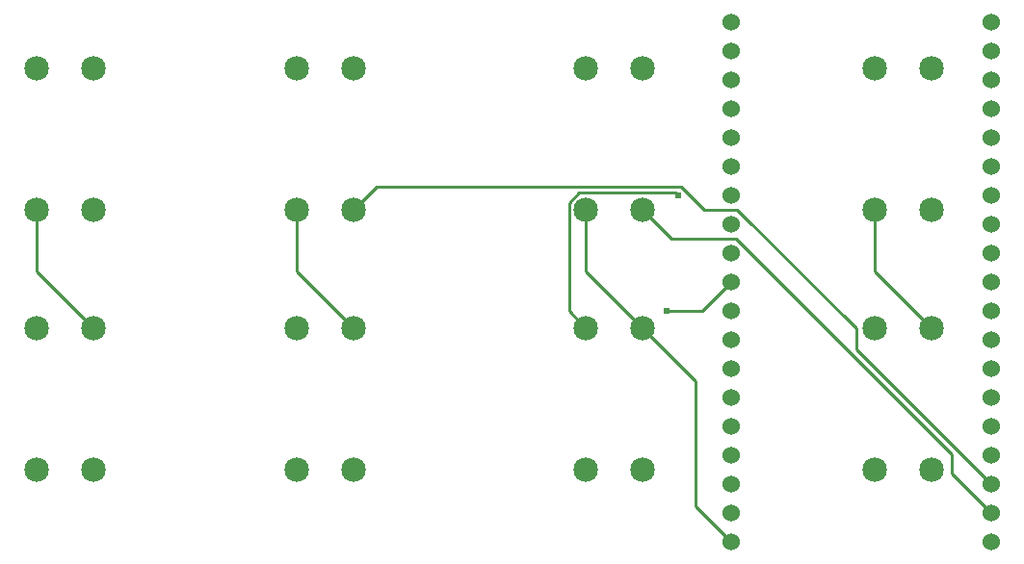
<source format=gbl>
G04 Layer: BottomLayer*
G04 EasyEDA v6.4.14, 2021-02-05T01:12:07+07:00*
G04 a11fb1351f8b4d80ab88c56e364234f4,ed1066999ab64682bb259e5b7afb0417,10*
G04 Gerber Generator version 0.2*
G04 Scale: 100 percent, Rotated: No, Reflected: No *
G04 Dimensions in millimeters *
G04 leading zeros omitted , absolute positions ,4 integer and 5 decimal *
%FSLAX45Y45*%
%MOMM*%

%ADD11C,0.2600*%
%ADD12C,0.6100*%
%ADD13C,2.1590*%
%ADD14C,1.5240*%

%LPD*%
D11*
X7112000Y2819400D02*
G01*
X6858508Y2565654D01*
X6545072Y2565654D01*
X9398000Y787400D02*
G01*
X9047479Y1137920D01*
X9047479Y1303273D01*
X7150354Y3200400D01*
X6584695Y3200400D01*
X6333236Y3451605D01*
X3793236Y3451605D02*
G01*
X3997197Y3655568D01*
X6669786Y3655568D01*
X6870954Y3454400D01*
X7163561Y3454400D01*
X8208263Y2409697D01*
X8208263Y2231136D01*
X9398000Y1041400D01*
X8873236Y2415794D02*
G01*
X8373363Y2915665D01*
X8373363Y3451605D01*
X7112000Y533400D02*
G01*
X6800850Y844550D01*
X6800850Y1948179D01*
X6333236Y2415794D01*
X6333236Y2415794D02*
G01*
X5833363Y2915665D01*
X5833363Y3451605D01*
X3793236Y2415794D02*
G01*
X3293363Y2915665D01*
X3293363Y3451605D01*
X1507236Y2415794D02*
G01*
X1007363Y2915665D01*
X1007363Y3451605D01*
X5833363Y2415794D02*
G01*
X5686043Y2563113D01*
X5686043Y3513073D01*
X5775959Y3603244D01*
X6620509Y3603244D01*
X6645909Y3577844D01*
D13*
G01*
X1507286Y4701692D03*
G01*
X1007313Y4701692D03*
G01*
X1007313Y3451707D03*
G01*
X1507286Y3451707D03*
G01*
X3793286Y4701692D03*
G01*
X3293313Y4701692D03*
G01*
X3293313Y3451707D03*
G01*
X3793286Y3451707D03*
G01*
X6333286Y4701692D03*
G01*
X5833313Y4701692D03*
G01*
X5833313Y3451707D03*
G01*
X6333286Y3451707D03*
G01*
X8873286Y4701692D03*
G01*
X8373313Y4701692D03*
G01*
X8373313Y3451707D03*
G01*
X8873286Y3451707D03*
G01*
X3293313Y1165707D03*
G01*
X3793286Y1165707D03*
G01*
X3793286Y2415692D03*
G01*
X3293313Y2415692D03*
G01*
X1007313Y1165707D03*
G01*
X1507286Y1165707D03*
G01*
X1507286Y2415692D03*
G01*
X1007313Y2415692D03*
G01*
X5833313Y1165707D03*
G01*
X6333286Y1165707D03*
G01*
X6333286Y2415692D03*
G01*
X5833313Y2415692D03*
G01*
X8373313Y1165707D03*
G01*
X8873286Y1165707D03*
G01*
X8873286Y2415692D03*
G01*
X8373313Y2415692D03*
D14*
G01*
X7112000Y533400D03*
G01*
X7112000Y787400D03*
G01*
X7112000Y1041400D03*
G01*
X7112000Y1295400D03*
G01*
X7112000Y1549400D03*
G01*
X7112000Y1803400D03*
G01*
X7112000Y2057400D03*
G01*
X7112000Y2311400D03*
G01*
X7112000Y2565400D03*
G01*
X7112000Y2819400D03*
G01*
X7112000Y3073400D03*
G01*
X7112000Y3327400D03*
G01*
X7112000Y3581400D03*
G01*
X7112000Y3835400D03*
G01*
X7112000Y4089400D03*
G01*
X7112000Y4343400D03*
G01*
X7112000Y4597400D03*
G01*
X7112000Y4851400D03*
G01*
X7112000Y5105400D03*
G01*
X9398000Y5105400D03*
G01*
X9398000Y4851400D03*
G01*
X9398000Y4597400D03*
G01*
X9398000Y4343400D03*
G01*
X9398000Y4089400D03*
G01*
X9398000Y3835400D03*
G01*
X9398000Y3581400D03*
G01*
X9398000Y3327400D03*
G01*
X9398000Y3073400D03*
G01*
X9398000Y2819400D03*
G01*
X9398000Y2565400D03*
G01*
X9398000Y2311400D03*
G01*
X9398000Y2057400D03*
G01*
X9398000Y1803400D03*
G01*
X9398000Y1549400D03*
G01*
X9398000Y1295400D03*
G01*
X9398000Y1041400D03*
G01*
X9398000Y787400D03*
G01*
X9398000Y533400D03*
D12*
G01*
X6545072Y2565654D03*
G01*
X6645909Y3577844D03*
M02*

</source>
